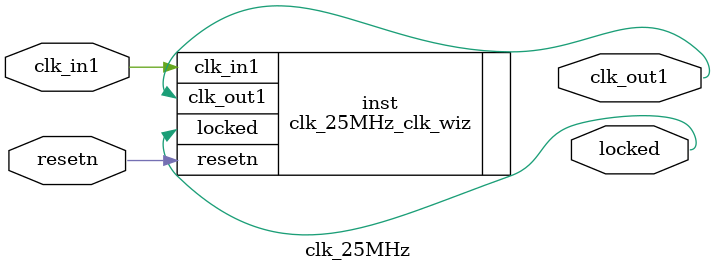
<source format=v>


`timescale 1ps/1ps

(* CORE_GENERATION_INFO = "clk_25MHz,clk_wiz_v6_0_6_0_0,{component_name=clk_25MHz,use_phase_alignment=true,use_min_o_jitter=false,use_max_i_jitter=false,use_dyn_phase_shift=false,use_inclk_switchover=false,use_dyn_reconfig=false,enable_axi=0,feedback_source=FDBK_AUTO,PRIMITIVE=MMCM,num_out_clk=1,clkin1_period=10.000,clkin2_period=10.000,use_power_down=false,use_reset=true,use_locked=true,use_inclk_stopped=false,feedback_type=SINGLE,CLOCK_MGR_TYPE=NA,manual_override=false}" *)

module clk_25MHz 
 (
  // Clock out ports
  output        clk_out1,
  // Status and control signals
  input         resetn,
  output        locked,
 // Clock in ports
  input         clk_in1
 );

  clk_25MHz_clk_wiz inst
  (
  // Clock out ports  
  .clk_out1(clk_out1),
  // Status and control signals               
  .resetn(resetn), 
  .locked(locked),
 // Clock in ports
  .clk_in1(clk_in1)
  );

endmodule

</source>
